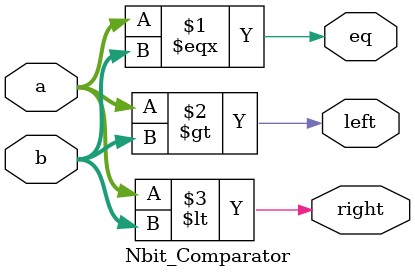
<source format=v>
`timescale 1ns / 1ps


module Nbit_Comparator #(parameter size = 4)(
    eq, 
    left, 
    right,
    a,
    b    
    );
    
    output eq;
    output left;
    output right;
    input [size-1:0]a;
    input [size-1:0]b;
    
    assign eq = (a===b);
    assign left = (a>b);
    assign right = (a<b);
endmodule

</source>
